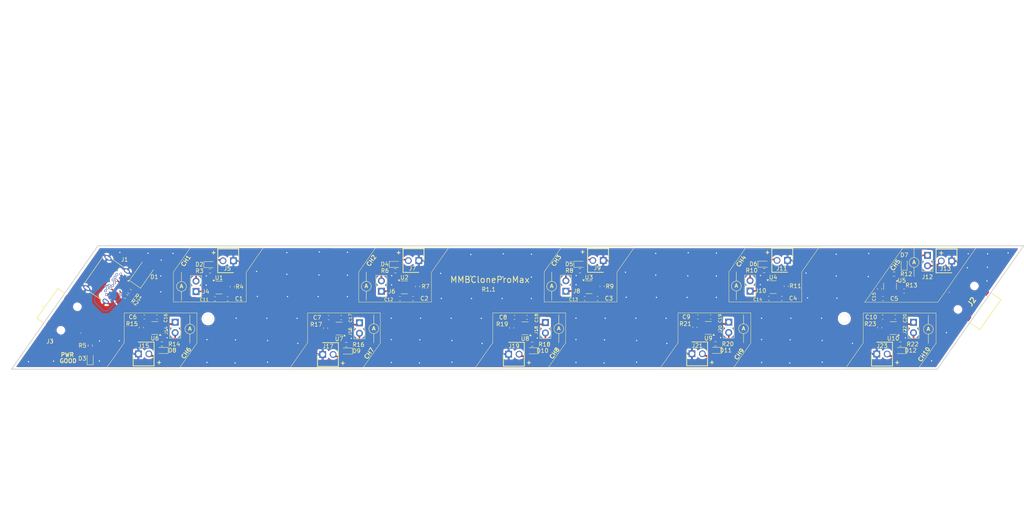
<source format=kicad_pcb>
(kicad_pcb (version 20240108) (generator "pcbnew") (generator_version "8.0")
  (layers (0 "F.Cu" signal) (31 "B.Cu" signal) (34 "B.Paste" user) (35 "F.Paste" user) (36 "B.SilkS" user "B.Silkscreen") (37 "F.SilkS" user "F.Silkscreen") (38 "B.Mask" user) (39 "F.Mask" user) (44 "Edge.Cuts" user))
  (net 0 "")
  (net 1 "VBUS")
  (net 2 "GND")
  (net 25 "Net-(D2-K)")
  (net 26 "Net-(J4-Pin_2)")
  (net 27 "Net-(J4-Pin_1)")
  (net 28 "Net-(U1-~{CHRG})")
  (net 29 "Net-(U1-PROG)")
  (net 30 "Net-(J1-CC2)")
  (net 31 "Net-(J1-CC1)")
  (net 32 "Net-(D3-A)")
  (net 33 "Net-(D4-K)")
  (net 34 "Net-(J6-Pin_2)")
  (net 35 "Net-(J8-Pin_2)")
  (net 36 "Net-(D5-K)")
  (net 37 "Net-(J10-Pin_2)")
  (net 38 "Net-(D6-K)")
  (net 39 "Net-(D7-K)")
  (net 40 "Net-(J12-Pin_2)")
  (net 41 "Net-(D8-K)")
  (net 42 "Net-(J14-Pin_2)")
  (net 43 "Net-(D9-K)")
  (net 44 "Net-(J16-Pin_2)")
  (net 45 "Net-(D10-K)")
  (net 46 "Net-(J18-Pin_2)")
  (net 47 "Net-(J20-Pin_2)")
  (net 48 "Net-(D11-K)")
  (net 49 "Net-(D12-K)")
  (net 50 "Net-(J22-Pin_2)")
  (net 51 "Net-(J6-Pin_1)")
  (net 52 "Net-(J8-Pin_1)")
  (net 53 "Net-(J10-Pin_1)")
  (net 54 "Net-(J12-Pin_1)")
  (net 55 "Net-(J14-Pin_1)")
  (net 56 "Net-(J16-Pin_1)")
  (net 57 "Net-(J18-Pin_1)")
  (net 58 "Net-(J20-Pin_1)")
  (net 59 "Net-(J22-Pin_1)")
  (net 60 "Net-(U2-~{CHRG})")
  (net 61 "Net-(U2-PROG)")
  (net 62 "Net-(U3-~{CHRG})")
  (net 63 "Net-(U3-PROG)")
  (net 64 "Net-(U4-~{CHRG})")
  (net 65 "Net-(U4-PROG)")
  (net 66 "Net-(U5-~{CHRG})")
  (net 67 "Net-(U5-PROG)")
  (net 68 "Net-(U6-~{CHRG})")
  (net 69 "Net-(U6-PROG)")
  (net 70 "Net-(U7-~{CHRG})")
  (net 71 "Net-(U7-PROG)")
  (net 72 "Net-(U8-~{CHRG})")
  (net 73 "Net-(U8-PROG)")
  (net 74 "Net-(U9-~{CHRG})")
  (net 75 "Net-(U9-PROG)")
  (net 76 "Net-(U10-~{CHRG})")
  (net 77 "Net-(U10-PROG)")
  (footprint "Footprints:AmpProbe" (layer "F.Cu") (at 65.725 105)
    (property "Reference" "G***" (hide yes))
    (property "Value" "LOGO" (hide yes))
  )
  (footprint "Capacitor_SMD:C_0603_1608Metric" (layer "F.Cu") (at 101.519999 112.445 180)
    (property "Reference" "C7")
    (property "Value" "0.1 uF")
  )
  (footprint "Capacitor_SMD:C_0603_1608Metric" (layer "F.Cu") (at 122.055 107.82)
    (property "Reference" "C2")
    (property "Value" "0.1 uF")
  )
  (footprint "LED_SMD:LED_0603_1608Metric" (layer "F.Cu") (at 72.675 99.55)
    (property "Reference" "D2")
    (property "Value" "LED_Green")
  )
  (footprint "Capacitor_SMD:C_0603_1608Metric" (layer "F.Cu") (at 166.93 107.795)
    (property "Reference" "C3")
    (property "Value" "0.1 uF")
  )
  (footprint "Connector_PinHeader_2.54mm:PinHeader_1x02_P2.54mm_Vertical" (layer "F.Cu") (at 154.244999 113.645)
    (property "Reference" "J18")
    (property "Value" "Current Sense")
  )
  (footprint "Capacitor_SMD:C_0603_1608Metric" (layer "F.Cu") (at 194.425 112.275)
    (property "Reference" "C19")
    (property "Value" "10uF")
  )
  (footprint "Footprints:AmpProbe" (layer "F.Cu") (at 155.775 104.95)
    (property "Reference" "G***" (hide yes))
    (property "Value" "LOGO" (hide yes))
  )
  (footprint "Package_TO_SOT_SMD:TSOT-23-5" (layer "F.Cu") (at 238.824999 115 180)
    (property "Reference" "U10")
    (property "Value" "LTC4054ES5-4.2")
  )
  (footprint "Package_TO_SOT_SMD:TSOT-23-5" (layer "F.Cu") (at 149.294999 115.045 180)
    (property "Reference" "U8")
    (property "Value" "LTC4054ES5-4.2")
  )
  (footprint "Footprints:SHDR2W64P0X254_1X2_508X580X1170P" (layer "F.Cu") (at 123.445 98.57)
    (property "Reference" "J7")
    (property "Value" "Bat1" (hide yes))
  )
  (footprint "Capacitor_SMD:C_0603_1608Metric" (layer "F.Cu") (at 208.575 107.75 180)
    (property "Reference" "C14")
    (property "Value" "10uF")
  )
  (footprint "Package_TO_SOT_SMD:TSOT-23-5" (layer "F.Cu") (at 238.0625 104.825 -90)
    (property "Reference" "U5")
    (property "Value" "LTC4054ES5-4.2")
  )
  (footprint "Capacitor_SMD:C_0603_1608Metric" (layer "F.Cu") (at 76.975 107.875)
    (property "Reference" "C1")
    (property "Value" "0.1 uF")
  )
  (footprint "LED_SMD:LED_0603_1608Metric" (layer "F.Cu") (at 162.63 99.47)
    (property "Reference" "D5")
    (property "Value" "LED_Green")
  )
  (footprint "Capacitor_SMD:C_0603_1608Metric" (layer "F.Cu") (at 236.274999 112.325 180)
    (property "Reference" "C10")
    (property "Value" "0.1 uF")
  )
  (footprint "Capacitor_SMD:C_0603_1608Metric" (layer "F.Cu") (at 118.875 107.825 180)
    (property "Reference" "C12")
    (property "Value" "10uF")
  )
  (footprint "Connector_PinHeader_2.54mm:PinHeader_1x02_P2.54mm_Vertical" (layer "F.Cu") (at 69.275 106.1 180)
    (property "Reference" "J4")
    (property "Value" "Current Sense")
  )
  (footprint "Capacitor_SMD:C_0603_1608Metric" (layer "F.Cu") (at 190.599999 114.85 -90)
    (property "Reference" "R21")
    (property "Value" "5k")
  )
  (footprint "Resistor_SMD:R_0603_1608Metric" (layer "F.Cu") (at 162.63 101.02 180)
    (property "Reference" "R8")
    (property "Value" "470")
  )
  (footprint "Capacitor_SMD:C_0603_1608Metric" (layer "F.Cu") (at 123.155 104.87 90)
    (property "Reference" "R7")
    (property "Value" "5k")
  )
  (footprint "LED_SMD:LED_0603_1608Metric" (layer "F.Cu") (at 240.6 120.475 180)
    (property "Reference" "D12")
    (property "Value" "LED_Green")
  )
  (footprint "Capacitor_SMD:C_0603_1608Metric" (layer "F.Cu") (at 104.575 112.45)
    (property "Reference" "C17")
    (property "Value" "10uF")
  )
  (footprint "Footprints:1337009" (layer "F.Cu") (at 258.053428 108.633087 55)
    (property "Reference" "J2")
    (property "Value" "1337009" (hide yes))
  )
  (footprint "Capacitor_SMD:C_0603_1608Metric" (layer "F.Cu") (at 73.875 107.875 180)
    (property "Reference" "C11")
    (property "Value" "10uF")
  )
  (footprint "Resistor_SMD:R_0603_1608Metric" (layer "F.Cu") (at 61 118.875)
    (property "Reference" "R14")
    (property "Value" "470")
  )
  (footprint "Capacitor_SMD:C_0603_1608Metric" (layer "F.Cu") (at 163.8 107.8 180)
    (property "Reference" "C13")
    (property "Value" "10uF")
  )
  (footprint "Package_TO_SOT_SMD:TSOT-23-5" (layer "F.Cu") (at 104.069999 115.12 180)
    (property "Reference" "U7")
    (property "Value" "LTC4054ES5-4.2")
  )
  (footprint "Footprints:SHDR2W64P0X254_1X2_508X580X1170P" (layer "F.Cu") (at 213.12 98.52)
    (property "Reference" "J11")
    (property "Value" "Bat1" (hide yes))
  )
  (footprint "Footprints:BatSimple" (layer "F.Cu") (at 140.725 100.075)
    (property "Reference" "G***" (hide yes))
    (property "Value" "LOGO" (hide yes))
  )
  (footprint "Footprints:AmpProbe" (layer "F.Cu") (at 157.5 115.275)
    (property "Reference" "G***" (hide yes))
    (property "Value" "LOGO" (hide yes))
  )
  (footprint "Capacitor_SMD:C_0603_1608Metric" (layer "F.Cu") (at 239.35 112.325)
    (property "Reference" "C20")
    (property "Value" "10uF")
  )
  (footprint "Connector_PinHeader_2.54mm:PinHeader_1x02_P2.54mm_Vertical" (layer "F.Cu") (at 247.175 97.3)
    (property "Reference" "J12")
    (property "Value" "Current Sense")
  )
  (footprint "LED_SMD:LED_0603_1608Metric" (layer "F.Cu") (at 195.65 120.425 180)
    (property "Reference" "D11")
    (property "Value" "LED_Green")
  )
  (footprint "Resistor_SMD:R_0603_1608Metric" (layer "F.Cu") (at 117.755 101.045 180)
    (property "Reference" "R6")
    (property "Value" "470")
  )
  (footprint "Footprints:SHDR2W64P0X254_1X2_508X580X1170P" (layer "F.Cu") (at 234.83 121.305 180)
    (property "Reference" "J23")
    (property "Value" "Bat1" (hide yes))
  )
  (footprint "Footprints:CUI_UJ32-C-H-G-SMT-TR" (layer "F.Cu") (at 45.975 102.075 -125)
    (property "Reference" "J1")
    (property "Value" "UJ32-C-H-G-SMT-TR")
    (fp_line (start 3.875 -2.925) (end 3.575 -2.925) (stroke (width 0.01)) (layer "Edge.Cuts"))
    (fp_line (start 3.575 -3.575) (end 3.875 -3.575) (stroke (width 0.01)) (layer "Edge.Cuts"))
    (fp_arc (start 4.2 -3.25) (mid 4.104809 -3.02019) (end 3.875 -2.925) (stroke (width 0.01)) (layer "Edge.Cuts"))
    (fp_arc (start 3.575 -2.925) (mid 3.345191 -3.020191) (end 3.25 -3.25) (stroke (width 0.01)) (layer "Edge.Cuts"))
    (fp_arc (start 3.875 -3.575) (mid 4.10481 -3.47981) (end 4.2 -3.25) (stroke (width 0.01)) (layer "Edge.Cuts"))
    (fp_arc (start 3.25 -3.25) (mid 3.34519 -3.47981) (end 3.575 -3.575) (stroke (width 0.01)) (layer "Edge.Cuts"))
  )
  (footprint "LED_SMD:LED_0603_1608Metric" (layer "F.Cu") (at 105.845 120.595 180)
    (property "Reference" "D9")
    (property "Value" "LED_Green")
  )
  (footprint "Package_TO_SOT_SMD:TSOT-23-5" (layer "F.Cu") (at 164.83 105.0575)
    (property "Reference" "U3")
    (property "Value" "LTC4054ES5-4.2")
  )
  (footprint "Capacitor_SMD:C_0603_1608Metric" (layer "F.Cu") (at 78.075 104.925 90)
    (property "Reference" "R4")
    (property "Value" "5k")
  )
  (footprint "Footprints:SHDR2W64P0X254_1X2_508X580X1170P" (layer "F.Cu") (at 55.255 121.28 180)
    (property "Reference" "J15")
    (property "Value" "Bat1" (hide yes))
  )
  (footprint "Connector_PinHeader_2.54mm:PinHeader_1x02_P2.54mm_Vertical" (layer "F.Cu") (at 204.03 105.995 180)
    (property "Reference" "J10")
    (property "Value" "Current Sense")
  )
  (footprint "Package_TO_SOT_SMD:TSOT-23-5" (layer "F.Cu") (at 119.955 105.0825)
    (property "Reference" "U2")
    (property "Value" "LTC4054ES5-4.2")
  )
  (footprint "Package_TO_SOT_SMD:TSOT-23-5" (layer "F.Cu") (at 193.874999 114.95 180)
    (property "Reference" "U9")
    (property "Value" "LTC4054ES5-4.2")
  )
  (footprint "Connector_PinHeader_2.54mm:PinHeader_1x02_P2.54mm_Vertical" (layer "F.Cu") (at 243.774999 113.6)
    (property "Reference" "J22")
    (property "Value" "Current Sense")
  )
  (footprint "Capacitor_SMD:C_0603_1608Metric" (layer "F.Cu") (at 212.83 104.82 90)
    (property "Reference" "R11")
    (property "Value" "5k")
  )
  (footprint "Footprints:AmpProbe" (layer "F.Cu") (at 67.77366 115.35)
    (property "Reference" "G***" (hide yes))
    (property "Value" "LOGO" (hide yes))
  )
  (footprint "Footprints:SHDR2W64P0X254_1X2_508X580X1170P" (layer "F.Cu") (at 145.3 121.35 180)
    (property "Reference" "J19")
    (property "Value" "Bat1" (hide yes))
  )
  (footprint "Resistor_SMD:R_0603_1608Metric" (layer "F.Cu") (at 72.675 101.1 180)
    (property "Reference" "R3")
    (property "Value" "470")
  )
  (footprint "Footprints:1377295" (layer "F.Cu") (at 37.257345 111.862295 -125)
    (property "Reference" "J3")
    (property "Value" "1377295" (hide yes))
  )
  (footprint "Capacitor_SMD:C_0603_1608Metric" (layer "F.Cu") (at 100.794999 115.02 -90)
    (property "Reference" "R17")
    (property "Value" "5k")
  )
  (footprint "Capacitor_SMD:C_0603_1608Metric" (layer "F.Cu") (at 59.75 112.3)
    (property "Reference" "C16")
    (property "Value" "10uF")
  )
  (footprint "Resistor_SMD:R_0603_1608Metric" (layer "F.Cu") (at 53.125 106.075 145)
    (property "Reference" "R1")
    (property "Value" "5.1k")
  )
  (footprint "Connector_PinHeader_2.54mm:PinHeader_1x02_P2.54mm_Vertical" (layer "F.Cu") (at 109.019999 113.72)
    (property "Reference" "J16")
    (property "Value" "Current Sense")
  )
  (footprint "Connector_PinHeader_2.54mm:PinHeader_1x02_P2.54mm_Vertical" (layer "F.Cu") (at 114.355 106.045 180)
    (property "Reference" "J6")
    (property "Value" "Current Sense")
  )
  (footprint "Footprints:SHDR2W64P0X254_1X2_508X580X1170P" (layer "F.Cu") (at 100.075 121.425 180)
    (property "Reference" "J17")
    (property "Value" "Bat1" (hide yes))
  )
  (footprint "LED_SMD:LED_0603_1608Metric" (layer "F.Cu") (at 43.525 122.425 90)
    (property "Reference" "D3")
    (property "Value" "LED_Blue")
  )
  (footprint "Resistor_SMD:R_0603_1608Metric" (layer "F.Cu") (at 151.045 118.945)
    (property "Reference" "R18")
    (property "Value" "470")
  )
  (footprint "LED_SMD:LED_0603_1608Metric" (layer "F.Cu") (at 207.43 99.445)
    (property "Reference" "D6")
    (property "Value" "LED_Green")
  )
  (footprint "Capacitor_SMD:C_0603_1608Metric" (layer "F.Cu") (at 191.324999 112.275 180)
    (property "Reference" "C9")
    (property "Value" "0.1 uF")
  )
  (footprint "Capacitor_SMD:C_0603_1608Metric" (layer "F.Cu") (at 55.975 114.875 -90)
    (property "Reference" "R15")
    (property "Value" "5k")
  )
  (footprint "Resistor_SMD:R_0603_1608Metric" (layer "F.Cu") (at 239.05 101.85)
    (property "Reference" "R12")
    (property "Value" "470")
  )
  (footprint "LED_SMD:LED_0603_1608Metric" (layer "F.Cu") (at 117.755 99.495)
    (property "Reference" "D4")
    (property "Value" "LED_Green")
  )
  (footprint "Capacitor_SMD:C_0603_1608Metric" (layer "F.Cu") (at 235.549999 114.9 -90)
    (property "Reference" "R23")
    (property "Value" "5k")
  )
  (footprint "Capacitor_SMD:C_0603_1608Metric" (layer "F.Cu") (at 211.73 107.77)
    (property "Reference" "C4")
    (property "Value" "0.1 uF")
  )
  (footprint "Package_TO_SOT_SMD:TSOT-23-5" (layer "F.Cu") (at 74.875 105.1375)
    (property "Reference" "U1")
    (property "Value" "LTC4054ES5-4.2")
  )
  (footprint "LED_SMD:LED_0603_1608Metric" (layer "F.Cu") (at 241.5 99.425 90)
    (property "Reference" "D7")
    (property "Value" "LED_Green")
  )
  (footprint "Footprints:SHDR2W64P0X254_1X2_508X580X1170P" (layer "F.Cu") (at 189.88 121.255 180)
    (property "Reference" "J21")
    (property "Value" "Bat1" (hide yes))
  )
  (footprint "Footprints:AmpProbe" (layer "F.Cu") (at 110.675 104.95)
    (property "Reference" "G***" (hide yes))
    (property "Value" "LOGO" (hide yes))
  )
  (footprint "Capacitor_SMD:C_0603_1608Metric" (layer "F.Cu") (at 56.7 112.3 180)
    (property "Reference" "C6")
    (property "Value" "0.1 uF")
  )
  (footprint "Footprints:SHDR2W64P0X254_1X2_508X580X1170P" (layer "F.Cu") (at 168.32 98.545)
    (property "Reference" "J9")
    (property "Value" "Bat1" (hide yes))
  )
  (footprint "Resistor_SMD:R_0603_1608Metric" (layer "F.Cu") (at 240.575 118.9)
    (property "Reference" "R22")
    (property "Value" "470")
  )
  (footprint "Resistor_SMD:R_0603_1608Metric" (layer "F.Cu") (at 43.55 119.275 90)
    (property "Reference" "R5")
    (property "Value" "100k")
  )
  (footprint "Package_TO_SOT_SMD:TSOT-23-5" (layer "F.Cu") (at 59.25 114.975 180)
    (property "Reference" "U6")
    (property "Value" "LTC4054ES5-4.2")
  )
  (footprint "Resistor_SMD:R_0603_1608Metric" (layer "F.Cu") (at 105.82 119.02)
    (property "Reference" "R16")
    (property "Value" "470")
  )
  (footprint "Resistor_SMD:R_0603_1608Metric" (layer "F.Cu") (at 195.625 118.85)
    (property "Reference" "R20")
    (property "Value" "470")
  )
  (footprint "Resistor_SMD:R_0603_1608Metric" (layer "F.Cu") (at 52.25 107.325 145)
    (property "Reference" "R2")
    (property "Value" "5.1k")
  )
  (footprint "Package_TO_SOT_SMD:TSOT-23-5" (layer "F.Cu") (at 209.63 105.0325)
    (property "Reference" "U4")
    (property "Value" "LTC4054ES5-4.2")
  )
  (footprint "Capacitor_SMD:C_0603_1608Metric" (layer "F.Cu") (at 146.019999 114.945 -90)
    (property "Reference" "R19")
    (property "Value" "5k")
  )
  (footprint "LED_SMD:LED_0603_1608Metric" (layer "F.Cu") (at 151.07 120.52 180)
    (property "Reference" "D10")
    (property "Value" "LED_Green")
  )
  (footprint "Connector_PinHeader_2.54mm:PinHeader_1x02_P2.54mm_Vertical" (layer "F.Cu") (at 198.824999 113.55)
    (property "Reference" "J20")
    (property "Value" "Current Sense")
  )
  (footprint "Capacitor_SMD:C_0603_1608Metric" (layer "F.Cu") (at 236.325 107.8 180)
    (property "Reference" "C5")
    (property "Value" "0.1 uF")
  )
  (footprint "Footprints:AmpProbe" (layer "F.Cu") (at 243.9 99.15)
    (property "Reference" "G***" (hide yes))
    (property "Value" "LOGO" (hide yes))
  )
  (footprint "Footprints:SHDR2W64P0X254_1X2_508X580X1170P" (layer "F.Cu") (at 78.365 98.625)
    (property "Reference" "J5")
    (property "Value" "Bat1" (hide yes))
  )
  (footprint "Capacitor_SMD:C_0603_1608Metric" (layer "F.Cu") (at 168.03 104.845 90)
    (property "Reference" "R9")
    (property "Value" "5k")
  )
  (footprint "Footprints:AmpProbe" (layer "F.Cu") (at 247.375 115.4)
    (property "Reference" "G***" (hide yes))
    (property "Value" "LOGO" (hide yes))
  )
  (footprint "Capacitor_SMD:C_0603_1608Metric" (layer "F.Cu") (at 235.55 105.475 -90)
    (property "Reference" "C15")
    (property "Value" "10uF")
  )
  (footprint "Connector_PinHeader_2.54mm:PinHeader_1x02_P2.54mm_Vertical" (layer "F.Cu") (at 64.2 113.575)
    (property "Reference" "J14")
    (property "Value" "Current Sense")
  )
  (footprint "Footprints:AmpProbe" (layer "F.Cu") (at 200.675 104.875)
    (property "Reference" "G***" (hide yes))
    (property "Value" "LOGO" (hide yes))
  )
  (footprint "Capacitor_SMD:C_0603_1608Metric" (layer "F.Cu") (at 149.8 112.375)
    (property "Reference" "C18")
    (property "Value" "10uF")
  )
  (footprint "LED_SMD:LED_0603_1608Metric" (layer "F.Cu") (at 61.025 120.45 180)
    (property "Reference" "D8")
    (property "Value" "LED_Green")
  )
  (footprint "Connector_PinHeader_2.54mm:PinHeader_1x02_P2.54mm_Vertical" (layer "F.Cu") (at 159.23 106.02 180)
    (property "Reference" "J8")
    (property "Value" "Current Sense")
  )
  (footprint "Diode_SMD:D_SMA" (layer "F.Cu") (at 56.425 101.475 55)
    (property "Reference" "D1")
    (property "Value" "SMAJ5.0A")
  )
  (footprint "Capacitor_SMD:C_0603_1608Metric" (layer "F.Cu") (at 146.744999 112.37 180)
    (property "Reference" "C8")
    (property "Value" "0.1 uF")
  )
  (footprint "Footprints:SHDR2W64P0X254_1X2_508X580X1170P" (layer "F.Cu") (at 253.065 98.67)
    (property "Reference" "J13")
    (property "Value" "Bat1" (hide yes))
  )
  (footprint "Resistor_SMD:R_0603_1608Metric" (layer "F.Cu") (at 207.43 100.995 180)
    (property "Reference" "R10")
    (property "Value" "470")
  )
  (footprint "Capacitor_SMD:C_0603_1608Metric" (layer "F.Cu") (at 241.475 105.975 180)
    (property "Reference" "R13")
    (property "Value" "5k")
  )
  (footprint "Footprints:AmpProbe" (layer "F.Cu") (at 112.5 115.275)
    (property "Reference" "G***" (hide yes))
    (property "Value" "LOGO" (hide yes))
  )
  (footprint "Footprints:AmpProbe" (layer "F.Cu") (at 202.425 115.275)
    (property "Reference" "G***" (hide yes))
    (property "Value" "LOGO" (hide yes))
  )
  (gr_poly (pts (xy 124.875 108.8) (xy 124.675 109.025) (xy 125.125 109.025) (xy 124.925 108.8)) (stroke (width 0.2)) (fill solid) (layer "F.Cu") (net 1))
  (gr_line (start 48.8 105.575) (end 50.275 106.6) (stroke (width 0.35)) (layer "F.Cu") (net 1))
  (gr_poly (pts (xy 54.575 109.1) (xy 55.325 108.825) (xy 55.775 108.35) (xy 56.05 107.725) (xy 56.075 106.775) (xy 59 109.15)) (stroke (width 0.2)) (fill solid) (layer "F.Cu") (net 1))
  (gr_poly (pts (xy 255.525 105.175) (xy 253.875 107.525) (xy 256.15 110.375) (xy 257.675 111.4) (xy 260.525 107.35) (xy 258.875 106.2) (xy 255.6 105.05)) (stroke (width 0.2)) (fill solid) (layer "F.Cu") (net 2))
  (gr_poly (pts (xy 236.95 108.775) (xy 236.7 109.025) (xy 237.4 109.025) (xy 237.15 108.775)) (stroke (width 0.2)) (fill solid) (layer "F.Cu") (net 1))
  (gr_poly (pts (xy 98.575 111.1) (xy 98.775 110.875) (xy 98.325 110.875) (xy 98.525 111.1)) (stroke (width 0.2)) (fill solid) (layer "F.Cu") (net 1))
  (gr_poly (pts (xy 143.9 111.1) (xy 144.1 110.875) (xy 143.65 110.875) (xy 143.85 111.1)) (stroke (width 0.2)) (fill solid) (layer "F.Cu") (net 1))
  (gr_poly (pts (xy 57.575 111.1) (xy 57.825 110.85) (xy 57.125 110.85) (xy 57.375 111.1)) (stroke (width 0.2)) (fill solid) (layer "F.Cu") (net 1))
  (gr_poly (pts (xy 79.775 108.8) (xy 79.575 109.025) (xy 80.025 109.025) (xy 79.825 108.8)) (stroke (width 0.2)) (fill solid) (layer "F.Cu") (net 1))
  (gr_poly (pts (xy 188.45 111.1) (xy 188.65 110.875) (xy 188.2 110.875) (xy 188.4 111.1)) (stroke (width 0.2)) (fill solid) (layer "F.Cu") (net 1))
  (gr_poly (pts (xy 39.438976 115.04608) (xy 41.088976 112.69608) (xy 38.813976 109.84608) (xy 37.038976 108.72108) (xy 34.188976 112.77108) (xy 36.088976 114.02108) (xy 39.363976 115.17108)) (stroke (width 0.2)) (fill solid) (layer "F.Cu") (net 2))
  (gr_poly (pts (xy 51.275 104.15) (xy 52.25 104.125) (xy 52.975 103.9) (xy 54.175 103.35) (xy 54.75 104.8) (xy 55.675 106.5) (xy 53.875 105.25) (xy 52.3 104.7) (xy 51.575 104.575) (xy 51.1 104.25)) (stroke (width 0.2)) (fill solid) (layer "F.Cu") (net 1))
  (gr_poly (pts (xy 43.6 116.725) (xy 43.925 116.45) (xy 43.225 116.45) (xy 43.5 116.725)) (stroke (width 0.2)) (fill solid) (layer "F.Cu") (net 1))
  (gr_poly (pts (xy 41.725 113.1) (xy 39.95 115.65) (xy 41.05 116.4) (xy 43.85 116.4) (xy 43.9 114.55) (xy 41.775 113.125)) (stroke (width 0.2)) (fill solid) (layer "F.Cu") (net 1))
  (gr_poly (pts (xy 52.775 109.2) (xy 50.575 107.525) (xy 50.35 106.575) (xy 49.95 106.3) (xy 49.25 107.4) (xy 50.825 110.2) (xy 50.875 111.525)) (stroke (width 0.2)) (fill solid) (layer "F.Cu") (net 1))
  (gr_poly (pts (xy 255.025 104.6) (xy 254.525 104.25) (xy 253.25 103.325) (xy 251.45 103.325) (xy 250.575 105.15) (xy 252.5 106.65) (xy 253.25 107.175)) (stroke (width 0.2)) (fill solid) (layer "F.Cu") (net 1))
  (gr_line (start 50.2375 103.5375) (end 51.375 104.35) (stroke (width 0.35)) (layer "F.Cu") (net 1))
  (gr_poly (pts (xy 147.6 111.125) (xy 147.85 110.875) (xy 147.15 110.875) (xy 147.4 111.125)) (stroke (width 0.2)) (fill solid) (layer "F.Cu") (net 1))
  (gr_poly (pts (xy 121.275 108.8) (xy 121.025 109.05) (xy 121.725 109.05) (xy 121.475 108.8)) (stroke (width 0.2)) (fill solid) (layer "F.Cu") (net 1))
  (gr_poly (pts (xy 210.95 108.8) (xy 210.7 109.05) (xy 211.4 109.05) (xy 211.15 108.8)) (stroke (width 0.2)) (fill solid) (layer "F.Cu") (net 1))
  (gr_poly (pts (xy 248 103.15) (xy 247.8 103.375) (xy 248.25 103.375) (xy 248.05 103.15)) (stroke (width 0.2)) (fill solid) (layer "F.Cu") (net 1))
  (gr_line (start 50.55 104.35) (end 52.4 105.625) (stroke (width 0.2)) (layer "F.Cu") (net 31))
  (gr_poly (pts (xy 76.1 108.775) (xy 75.85 109.025) (xy 76.55 109.025) (xy 76.3 108.775)) (stroke (width 0.2)) (fill solid) (layer "F.Cu") (net 1))
  (gr_poly (pts (xy 214.65 108.775) (xy 214.45 109) (xy 214.9 109) (xy 214.7 108.775)) (stroke (width 0.2)) (fill solid) (layer "F.Cu") (net 1))
  (gr_poly (pts (xy 237.2 111.125) (xy 237.45 110.875) (xy 236.75 110.875) (xy 237 111.125)) (stroke (width 0.2)) (fill solid) (layer "F.Cu") (net 1))
  (gr_poly (pts (xy 169.8 108.775) (xy 169.6 109) (xy 170.05 109) (xy 169.85 108.775)) (stroke (width 0.2)) (fill solid) (layer "F.Cu") (net 1))
  (gr_poly (pts (xy 233.4 111.1) (xy 233.6 110.875) (xy 233.15 110.875) (xy 233.35 111.1)) (stroke (width 0.2)) (fill solid) (layer "F.Cu") (net 1))
  (gr_poly (pts (xy 166.125 108.8) (xy 165.875 109.05) (xy 166.575 109.05) (xy 166.325 108.8)) (stroke (width 0.2)) (fill solid) (layer "F.Cu") (net 1))
  (gr_poly (pts (xy 102.4 111.1) (xy 102.65 110.85) (xy 101.95 110.85) (xy 102.2 111.1)) (stroke (width 0.2)) (fill solid) (layer "F.Cu") (net 1))
  (gr_poly (pts (xy 192.225 111.125) (xy 192.475 110.875) (xy 191.775 110.875) (xy 192.025 111.125)) (stroke (width 0.2)) (fill solid) (layer "F.Cu") (net 1))
  (gr_poly (pts (xy 54.725 111.125) (xy 54.925 110.9) (xy 54.475 110.9) (xy 54.675 111.125)) (stroke (width 0.2)) (fill solid) (layer "F.Cu") (net 1))
  (gr_line (start 231.553053 111.347996) (end 249.25 111.347996) (stroke (width 0.1)) (layer "F.SilkS"))
  (gr_line (start 171.65 108.626235) (end 171.65 101.375) (stroke (width 0.1)) (layer "F.SilkS"))
  (gr_line (start 63.782652 108.65) (end 63.782652 101.322996) (stroke (width 0.1)) (layer "F.SilkS"))
  (gr_line (start 81.479599 108.65) (end 81.479599 101.398765) (stroke (width 0.1)) (layer "F.SilkS"))
  (gr_line (start 51.8 111.324383) (end 69.496947 111.324383) (stroke (width 0.1)) (layer "F.SilkS"))
  (gr_line (start 63.782652 101.322996) (end 68 95.3) (stroke (width 0.1)) (layer "F.SilkS"))
  (gr_line (start 96.403053 118.574231) (end 92.132652 124.672996) (stroke (width 0.1)) (layer "F.SilkS"))
  (gr_line (start 68 95.3) (end 85.75 95.3) (stroke (width 0.1)) (layer "F.SilkS"))
  (gr_line (start 186.503053 111.297996) (end 186.503053 118.549231) (stroke (width 0.1)) (layer "F.SilkS"))
  (gr_line (start 158.170401 95.276235) (end 175.920401 95.276235) (stroke (width 0.1)) (layer "F.SilkS"))
  (gr_line (start 216.575 108.626235) (end 198.878053 108.626235) (stroke (width 0.1)) (layer "F.SilkS"))
  (gr_line (start 69.496947 111.324383) (end 69.496947 118.651387) (stroke (width 0.1)) (layer "F.SilkS"))
  (gr_line (start 108.828053 108.676235) (end 108.828053 101.349231) (stroke (width 0.1)) (layer "F.SilkS"))
  (gr_line (start 153.953053 108.626235) (end 153.953053 101.299231) (stroke (width 0.1)) (layer "F.SilkS"))
  (gr_line (start 69.496947 118.651387) (end 65.279599 124.674383) (stroke (width 0.1)) (layer "F.SilkS"))
  (gr_line (start 108.828053 101.349231) (end 113.045401 95.326235) (stroke (width 0.1)) (layer "F.SilkS"))
  (gr_line (start 249.621243 108.697822) (end 231.924296 108.697822) (stroke (width 0.1)) (layer "F.SilkS"))
  (gr_line (start 114.1 111.322996) (end 114.1 118.65) (stroke (width 0.1)) (layer "F.SilkS"))
  (gr_line (start 216.575 108.626235) (end 216.575 101.375) (stroke (width 0.1)) (layer "F.SilkS"))
  (gr_line (start 96.403053 111.322996) (end 114.1 111.322996) (stroke (width 0.1)) (layer "F.SilkS"))
  (gr_line (start 241.284496 95.348439) (end 259.034496 95.348439) (stroke (width 0.1)) (layer "F.SilkS"))
  (gr_line (start 81.479599 101.398765) (end 85.75 95.3) (stroke (width 0.1)) (layer "F.SilkS"))
  (gr_line (start 171.65 101.375) (end 175.920401 95.276235) (stroke (width 0.1)) (layer "F.SilkS"))
  (gr_line (start 126.525 108.676235) (end 126.525 101.425) (stroke (width 0.1)) (layer "F.SilkS"))
  (gr_line (start 81.479599 108.65) (end 63.782652 108.65) (stroke (width 0.1)) (layer "F.SilkS"))
  (gr_line (start 204.2 111.297996) (end 204.2 118.625) (stroke (width 0.1)) (layer "F.SilkS"))
  (gr_line (start 96.403053 111.322996) (end 96.403053 118.574231) (stroke (width 0.1)) (layer "F.SilkS"))
  (gr_line (start 51.8 111.324383) (end 51.8 118.575618) (stroke (width 0.1)) (layer "F.SilkS"))
  (gr_line (start 171.65 108.626235) (end 153.953053 108.626235) (stroke (width 0.1)) (layer "F.SilkS"))
  (gr_line (start 186.503053 111.297996) (end 204.2 111.297996) (stroke (width 0.1)) (layer "F.SilkS"))
  (gr_line (start 109.882652 124.672996) (end 92.132652 124.672996) (stroke (width 0.1)) (layer "F.SilkS"))
  (gr_line (start 249.7 108.7) (end 259.049296 95.347822) (stroke (width 0.1)) (layer "F.SilkS"))
  (gr_line (start 159.15 118.625) (end 154.932652 124.647996) (stroke (width 0.1)) (layer "F.SilkS"))
  (gr_line (start 154.932652 124.647996) (end 137.182652 124.647996) (stroke (width 0.1)) (layer "F.SilkS"))
  (gr_line (start 113.045401 95.326235) (end 130.795401 95.326235) (stroke (width 0.1)) (layer "F.SilkS"))
  (gr_line (start 231.925 108.7) (end 241.274296 95.347822) (stroke (width 0.1)) (layer "F.SilkS"))
  (gr_line (start 159.15 111.297996) (end 159.15 118.625) (stroke (width 0.1)) (layer "F.SilkS"))
  (gr_line (start 249.25 118.675) (end 245.032652 124.697996) (stroke (width 0.1)) (layer "F.SilkS"))
  (gr_line (start 216.575 101.375) (end 220.845401 95.276235) (stroke (width 0.1)) (layer "F.SilkS"))
  (gr_line (start 141.453053 111.297996) (end 159.15 111.297996) (stroke (width 0.1)) (layer "F.SilkS"))
  (gr_line (start 249.25 111.347996) (end 249.25 118.675) (stroke (width 0.1)) (layer "F.SilkS"))
  (gr_line (start 141.453053 118.549231) (end 137.182652 124.647996) (stroke (width 0.1)) (layer "F.SilkS"))
  (gr_line (start 198.878053 101.299231) (end 203.095401 95.276235) (stroke (width 0.1)) (layer "F.SilkS"))
  (gr_line (start 231.553053 118.599231) (end 227.282652 124.697996) (stroke (width 0.1)) (layer "F.SilkS"))
  (gr_line (start 126.525 101.425) (end 130.795401 95.326235) (stroke (width 0.1)) (layer "F.SilkS"))
  (gr_line (start 231.553053 111.347996) (end 231.553053 118.599231) (stroke (width 0.1)) (layer "F.SilkS"))
  (gr_line (start 114.1 118.65) (end 109.882652 124.672996) (stroke (width 0.1)) (layer "F.SilkS"))
  (gr_line (start 198.878053 108.626235) (end 198.878053 101.299231) (stroke (width 0.1)) (layer "F.SilkS"))
  (gr_line (start 245.032652 124.697996) (end 227.282652 124.697996) (stroke (width 0.1)) (layer "F.SilkS"))
  (gr_line (start 204.2 118.625) (end 199.982652 124.647996) (stroke (width 0.1)) (layer "F.SilkS"))
  (gr_line (start 186.503053 118.549231) (end 182.232652 124.647996) (stroke (width 0.1)) (layer "F.SilkS"))
  (gr_line (start 51.8 118.575618) (end 47.529599 124.674383) (stroke (width 0.1)) (layer "F.SilkS"))
  (gr_line (start 153.953053 101.299231) (end 158.170401 95.276235) (stroke (width 0.1)) (layer "F.SilkS"))
  (gr_line (start 203.095401 95.276235) (end 220.845401 95.276235) (stroke (width 0.1)) (layer "F.SilkS"))
  (gr_line (start 199.982652 124.647996) (end 182.232652 124.647996) (stroke (width 0.1)) (layer "F.SilkS"))
  (gr_line (start 141.453053 111.297996) (end 141.453053 118.549231) (stroke (width 0.1)) (layer "F.SilkS"))
  (gr_line (start 65.279599 124.674383) (end 47.529599 124.674383) (stroke (width 0.1)) (layer "F.SilkS"))
  (gr_line (start 126.525 108.676235) (end 108.828053 108.676235) (stroke (width 0.1)) (layer "F.SilkS"))
  (gr_circle (center 72.2 112.75) (end 73.3 112.75) (stroke (width 0.05)) (fill none) (layer "Edge.Cuts"))
  (gr_line (start 249.55 125) (end 270.551659 94.977076) (stroke (width 0.2)) (layer "Edge.Cuts"))
  (gr_circle (center 226.95 112.675) (end 228.05 112.675) (stroke (width 0.05)) (fill none) (layer "Edge.Cuts"))
  (gr_line (start 24.4 125) (end 249.55 125) (stroke (width 0.2)) (layer "Edge.Cuts"))
  (gr_line (start 45.401659 94.977076) (end 270.551659 94.977076) (stroke (width 0.2)) (layer "Edge.Cuts"))
  (gr_line (start 24.4 125) (end 45.401659 94.977076) (stroke (width 0.2)) (layer "Edge.Cuts"))
  (gr_text "+" (at 72.8 97.15 0) (layer "F.SilkS") (effects (font (size 1 1) (thickness 0.2) (bold yes)) (justify left bottom)))
  (gr_text "+" (at 207.5 97.1 0) (layer "F.SilkS") (effects (font (size 1 1) (thickness 0.2) (bold yes)) (justify left bottom)))
  (gr_text "PWR \n" (at 38.35 122.075 0) (layer "F.SilkS") (effects (font (size 1 1) (thickness 0.2) (bold yes)) (justify bottom)))
  (gr_text "CH4" (at 201.4 100.4 55) (layer "F.SilkS") (effects (font (size 1 1) (thickness 0.2) (bold yes)) (justify left bottom)))
  (gr_text "MMBCloneProMax" (at 130.96955 104.097168 0) (layer "F.SilkS") (effects (font (size 1.5 1.5) (thickness 0.2)) (justify left bottom)))
  (gr_text "+" (at 249.775 97.225 0) (layer "F.SilkS") (effects (font (size 1 1) (thickness 0.2) (bold yes)) (justify left bottom)))
  (gr_text "R1.1\n" (at 138.64455 106.172168 0) (layer "F.SilkS") (effects (font (size 1 1)) (justify left bottom)))
  (gr_text "+" (at 194 123.875 0) (layer "F.SilkS") (effects (font (size 1 1) (thickness 0.2) (bold yes)) (justify left bottom)))
  (gr_text "CH2\n" (at 111.475 100.25 55) (layer "F.SilkS") (effects (font (size 1 1) (thickness 0.2) (bold yes)) (justify left bottom)))
  (gr_text "+" (at 59.55 123.9 0) (layer "F.SilkS") (effects (font (size 1 1) (thickness 0.2) (bold yes)) (justify left bottom)))
  (gr_text "CH5" (at 238.9 101.325 55) (layer "F.SilkS") (effects (font (size 1 1) (thickness 0.2) (bold yes)) (justify left bottom)))
  (gr_text "+" (at 149.5 123.95 0) (layer "F.SilkS") (effects (font (size 1 1) (thickness 0.2) (bold yes)) (justify left bottom)))
  (gr_text "CH10" (at 245.625 123.475 55) (layer "F.SilkS") (effects (font (size 1 1) (thickness 0.2) (bold yes)) (justify left bottom)))
  (gr_text "CH6" (at 66.425 122.75 55) (layer "F.SilkS") (effects (font (size 1 1) (thickness 0.2) (bold yes)) (justify left bottom)))
  (gr_text "GOOD" (at 38.15 123.575 0) (layer "F.SilkS") (effects (font (size 1 1) (thickness 0.2) (bold yes)) (justify bottom)))
  (gr_text "+" (at 104.225 124.05 0) (layer "F.SilkS") (effects (font (size 1 1) (thickness 0.2) (bold yes)) (justify left bottom)))
  (gr_text "+" (at 117.8 97.15 0) (layer "F.SilkS") (effects (font (size 1 1) (thickness 0.2) (bold yes)) (justify left bottom)))
  (gr_text "CH7" (at 110.925 122.85 55) (layer "F.SilkS") (effects (font (size 1 1) (thickness 0.2) (bold yes)) (justify left bottom)))
  (gr_text "CH1\n\n" (at 67.675 101.225 55) (layer "F.SilkS") (effects (font (size 1 1) (thickness 0.2) (bold yes)) (justify left bottom)))
  (gr_text "+" (at 239.05 123.9 0) (layer "F.SilkS") (effects (font (size 1 1) (thickness 0.2) (bold yes)) (justify left bottom)))
  (gr_text "+" (at 162.55 96.975 0) (layer "F.SilkS") (effects (font (size 1 1) (thickness 0.2) (bold yes)) (justify left bottom)))
  (gr_text "CH8" (at 156 122.775 55) (layer "F.SilkS") (effects (font (size 1 1) (thickness 0.2) (bold yes)) (justify left bottom)))
  (gr_text "CH9" (at 200.925 123.025 55) (layer "F.SilkS") (effects (font (size 1 1) (thickness 0.2) (bold yes)) (justify left bottom)))
  (gr_text "CH3\n" (at 156.45 100.25 55) (layer "F.SilkS") (effects (font (size 1 1) (thickness 0.2) (bold yes)) (justify left bottom)))
  (segment (start 211.025 107.65) (end 211.025 109.925) (width 0.4) (layer "F.Cu") (net 1))
  (segment (start 165.125 102.65) (end 169.3 102.65) (width 0.2) (layer "F.Cu") (net 1))
  (segment (start 148.575 117.35) (end 144.4 117.35) (width 0.2) (layer "F.Cu") (net 1))
  (segment (start 191.95 109.95) (end 211 109.95) (width 2) (layer "F.Cu") (net 1))
  (segment (start 237.05 107.85) (end 237.1 107.8) (width 0.4) (layer "F.Cu") (net 1))
  (segment (start 150.2125 120.525) (end 149.5 120.525) (width 0.2) (layer "F.Cu") (net 1))
  (segment (start 121.28 106.645) (end 121.28 107.82) (width 0.4) (layer "F.Cu") (net 1))
  (segment (start 149.025 117.8) (end 148.575 117.35) (width 0.2) (layer "F.Cu") (net 1))
  (segment (start 169.825 103.175) (end 169.825 109.875) (width 0.2) (layer "F.Cu") (net 1))
  (segment (start 102.155 109.97) (end 102.175 109.95) (width 0.4) (layer "F.Cu") (net 1))
  (segment (start 237.05 109.95) (end 242.3 109.95) (width 2) (layer "F.Cu") (net 1))
  (segment (start 74.175 99.55) (end 74.65 100.025) (width 0.2) (layer "F.Cu") (net 1))
  (segment (start 76.0125 106.0875) (end 76.0125 106.5125) (width 0.4) (layer "F.Cu") (net 1))
  (segment (start 58.1125 114.025) (end 57.475 113.3875) (width 0.4) (layer "F.Cu") (net 1))
  (segment (start 74.65 100.025) (end 74.65 102.275) (width 0.2) (layer "F.Cu") (net 1))
  (segment (start 144.4 117.35) (end 143.875 116.825) (width 0.2) (layer "F.Cu") (net 1))
  (segment (start 76.2 109.95) (end 79.8 109.95) (width 2) (layer "F.Cu") (net 1))
  (segment (start 248.025 104.225) (end 244.75 107.5) (width 2) (layer "F.Cu") (net 1))
  (segment (start 121.0925 106.4575) (end 121.28 106.645) (width 0.4) (layer "F.Cu") (net 1))
  (segment (start 188.95 117.25) (end 188.425 116.725) (width 0.2) (layer "F.Cu") (net 1))
  (segment (start 237.6875 114.05) (end 237.05 113.4125) (width 0.4) (layer "F.Cu") (net 1))
  (segment (start 233.375 116.8) (end 233.375 110.1) (width 0.2) (layer "F.Cu") (net 1))
  (segment (start 121.0925 106.0325) (end 121.0925 106.4575) (width 0.4) (layer "F.Cu") (net 1))
  (segment (start 166.2375 109.9125) (end 166.2 109.95) (width 0.4) (layer "F.Cu") (net 1))
  (segment (start 73.4625 99.55) (end 74.175 99.55) (width 0.2) (layer "F.Cu") (net 1))
  (segment (start 119.275 99.475) (end 119.75 99.95) (width 0.2) (layer "F.Cu") (net 1))
  (segment (start 76.0125 106.5125) (end 76.2 106.7) (width 0.4) (layer "F.Cu") (net 1))
  (segment (start 99.075 117.425) (end 98.55 116.9) (width 0.2) (layer "F.Cu") (net 1))
  (segment (start 214.65 103.125) (end 214.65 109.825) (width 0.2) (layer "F.Cu") (net 1))
  (segment (start 79.8 103.25) (end 79.8 109.95) (width 0.2) (layer "F.Cu") (net 1))
  (segment (start 165.9675 106.0075) (end 165.9675 106.4325) (width 0.4) (layer "F.Cu") (net 1))
  (segment (start 194.7625 120.425) (end 194.05 120.425) (width 0.2) (layer "F.Cu") (net 1))
  (segment (start 239 120.5) (end 238.525 120.025) (width 0.2) (layer "F.Cu") (net 1))
  (segment (start 194.8625 120.425) (end 194.9 120.425) (width 0.4) (layer "F.Cu") (net 1))
  (segment (start 76.2 106.7) (end 76.2 107.875) (width 0.4) (layer "F.Cu") (net 1))
  (segment (start 192.125 110.125) (end 191.95 109.95) (width 0.4) (layer "F.Cu") (net 1))
  (segment (start 237.05 113.4125) (end 237.05 112.325) (width 0.4) (layer "F.Cu") (net 1))
  (segment (start 149.5 120.525) (end 149.025 120.05) (width 0.2) (layer "F.Cu") (net 1))
  (segment (start 98.55 116.9) (end 98.55 110.2) (width 0.2) (layer "F.Cu") (net 1))
  (segment (start 59.45 120.475) (end 60.1625 120.475) (width 0.2) (layer "F.Cu") (net 1))
  (segment (start 55.375 117.3) (end 58.525 117.3) (width 0.2) (layer "F.Cu") (net 1))
  (segment (start 210.955 106.595) (end 210.955 107.77) (width 0.4) (layer "F.Cu") (net 1))
  (segment (start 124.375 102.65) (end 124.9 103.175) (width 0.2) (layer "F.Cu") (net 1))
  (segment (start 239.8125 120.475) (end 239.85 120.475) (width 0.4) (layer "F.Cu") (net 1))
  (segment (start 244.725 101.875) (end 244.725 99.025) (width 0.2) (layer "F.Cu") (net 1))
  (segment (start 147.519999 112.37) (end 147.519999 110.294999) (width 0.4) (layer "F.Cu") (net 1))
  (segment (start 53.625 109.95) (end 52.625 109.95) (width 2) (layer "F.Cu") (net 1))
  (segment (start 58.975 120) (end 59.45 120.475) (width 0.2) (layer "F.Cu") (net 1))
  (segment (start 103.7 120.125) (end 103.7 117.875) (width 0.2) (layer "F.Cu") (net 1))
  (segment (start 248.025 104.225) (end 248.025 102.55) (width 0.2) (layer "F.Cu") (net 1))
  (segment (start 210.7675 105.9825) (end 210.7675 106.4075) (width 0.4) (layer "F.Cu") (net 1))
  (segment (start 48.075 115.5) (end 42.9 115.5) (width 2) (layer "F.Cu") (net 1))
  (segment (start 149.025 120.05) (end 149.025 117.8) (width 0.2) (layer "F.Cu") (net 1))
  (segment (start 188.425 116.725) (end 188.425 110.025) (width 0.2) (layer "F.Cu") (net 1))
  (segment (start 119.75 99.95) (end 119.75 102.2) (width 0.2) (layer "F.Cu") (net 1))
  (segment (start 104.175 120.6) (end 103.7 120.125) (width 0.2) (layer "F.Cu") (net 1))
  (segment (start 238.075 117.325) (end 233.9 117.325) (width 0.2) (layer "F.Cu") (net 1))
  (segment (start 60.15 109.95) (end 76.2 109.95) (width 2) (layer "F.Cu") (net 1))
  (segment (start 57.475 113.3875) (end 57.475 112.3) (width 0.4) (layer "F.Cu") (net 1))
  (segment (start 75.1 102.725) (end 79.275 102.725) (width 0.2) (layer "F.Cu") (net 1))
  (segment (start 208.3125 99.425) (end 209.025 99.425) (width 0.2) (layer "F.Cu") (net 1))
  (segment (start 209.5 99.9) (end 209.5 102.15) (width 0.2) (layer "F.Cu") (net 1))
  (segment (start 237.1 105.975) (end 237.1125 105.9625) (width 0.4) (layer "F.Cu") (net 1))
  (segment (start 53.625 109.95) (end 48.075 115.5) (width 2) (layer "F.Cu") (net 1))
  (segment (start 247.7 102.225) (end 245.075 102.225) (width 0.2) (layer "F.Cu") (net 1))
  (segment (start 103.7 117.875) (end 103.25 117.425) (width 0.2) (layer "F.Cu") (net 1))
  (segment (start 209.95 102.6) (end 214.125 102.6) (width 0.2) (layer "F.Cu") (net 1))
  (segment (start 143.875 116.825) (end 143.875 110.125) (width 0.2) (layer "F.Cu") (net 1))
  (segment (start 79.8 109.95) (end 102.175 109.95) (width 2) (layer "F.Cu") (net 1))
  (segment (start 244.3375 98.6375) (end 241.5 98.6375) (width 0.2) (layer "F.Cu") (net 1))
  (segment (start 244.725 99.025) (end 244.3375 98.6375) (width 0.2) (layer "F.Cu") (net 1))
  (segment (start 148.1575 114.095) (end 147.52 113.4575) (width 0.4) (layer "F.Cu") (net 1))
  (segment (start 166.155 106.62) (end 166.155 107.795) (width 0.4) (layer "F.Cu") (net 1))
  (segment (start 119.75 102.2) (end 120.2 102.65) (width 0.2) (layer "F.Cu") (net 1))
  (segment (start 48.522359 105.323609) (end 48.598609 105.323609) (width 0.2) (layer "F.Cu") (net 1))
  (segment (start 238.525 117.775) (end 238.075 117.325) (width 0.2) (layer "F.Cu") (net 1))
  (segment (start 74.65 102.275) (end 75.1 102.725) (width 0.2) (layer "F.Cu") (net 1))
  (segment (start 54.7 116.625) (end 55.375 117.3) (width 0.2) (layer "F.Cu") (net 1))
  (segment (start 120.2 102.65) (end 124.375 102.65) (width 0.2) (layer "F.Cu") (net 1))
  (segment (start 147.175 109.95) (end 166.2 109.95) (width 2) (layer "F.Cu") (net 1))
  (segment (start 252 104.225) (end 248.85 104.225) (width 2) (layer "F.Cu") (net 1))
  (segment (start 242.3 109.95) (end 244.75 107.5) (width 2) (layer "F.Cu") (net 1))
  (segment (start 102.295 113.5325) (end 102.295 112.445) (width 0.4) (layer "F.Cu") (net 1))
  (segment (start 209.025 99.425) (end 209.5 99.9) (width 0.2) (layer "F.Cu") (net 1))
  (segment (start 166.2 109.95) (end 191.95 109.95) (width 2) (layer "F.Cu") (net 1))
  (segment (start 54.7 109.95) (end 54.7 116.625) (width 0.2) (layer "F.Cu") (net 1))
  (segment (start 164.2 99.475) (end 164.675 99.95) (width 0.2) (layer "F.Cu") (net 1))
  (segment (start 76.2 107.875) (end 76.2 109.95) (width 0.4) (layer "F.Cu") (net 1))
  (segment (start 54.502847 104.288304) (end 60.15 109.935457) (width 2) (layer "F.Cu") (net 1))
  (segment (start 237.08 109.98) (end 237.05 109.95) (width 0.4) (layer "F.Cu") (net 1))
  (segment (start 164.675 99.95) (end 164.675 102.2) (width 0.2) (layer "F.Cu") (net 1))
  (segment (start 118.5625 99.475) (end 119.275 99.475) (width 0.2) (layer "F.Cu") (net 1))
  (segment (start 194.05 120.425) (end 193.575 119.95) (width 0.2) (layer "F.Cu") (net 1))
  (segment (start 53.625 109.95) (end 57.5 109.95) (width 2) (layer "F.Cu") (net 1))
  (segment (start 57.5 109.95) (end 60.15 109.95) (width 2) (layer "F.Cu") (net 1))
  (segment (start 211 109.95) (end 237.05 109.95) (width 2) (layer "F.Cu") (net 1))
  (segment (start 147.52 113.4575) (end 147.52 112.37) (width 0.4) (layer "F.Cu") (net 1))
  (segment (start 193.575 119.95) (end 193.575 117.7) (width 0.2) (layer "F.Cu") (net 1))
  (segment (start 164.675 102.2) (end 165.125 102.65) (width 0.2) (layer "F.Cu") (net 1))
  (segment (start 214.125 102.6) (end 214.65 103.125) (width 0.2) (layer "F.Cu") (net 1))
  (segment (start 58.975 117.75) (end 58.975 120) (width 0.2) (layer "F.Cu") (net 1))
  (segment (start 193.575 117.7) (end 193.125 117.25) (width 0.2) (layer "F.Cu") (net 1))
  (segment (start 104.8875 120.6) (end 104.175 120.6) (width 0.2) (layer "F.Cu") (net 1))
  (segment (start 102.9325 114.17) (end 102.295 113.5325) (width 0.4) (layer "F.Cu") (net 1))
  (segment (start 210.7675 106.4075) (end 210.955 106.595) (width 0.4) (layer "F.Cu") (net 1))
  (segment (start 102.294999 112.445) (end 102.294999 110.069999) (width 0.4) (layer "F.Cu") (net 1))
  (segment (start 166.2375 107.7125) (end 166.2375 109.9125) (width 0.4) (layer "F.Cu") (net 1))
  (segment (start 248.85 104.225) (end 248.025 104.225) (width 2) (layer "F.Cu") (net 1))
  (segment (start 237.08 112.355) (end 237.08 109.98) (width 0.4) (layer "F.Cu") (net 1))
  (segment (start 192.125 112.3) (end 192.125 110.125) (width 0.4) (layer "F.Cu") (net 1))
  (segment (start 192.7375 114) (end 192.1 113.3625) (width 0.4) (layer "F.Cu") (net 1))
  (segment (start 245.075 102.225) (end 244.725 101.875) (width 0.2) (layer "F.Cu") (net 1))
  (segment (start 124.9 103.175) (end 124.9 109.875) (width 0.2) (layer "F.Cu") (net 1))
  (segment (start 58.525 117.3) (end 58.975 117.75) (width 0.2) (layer "F.Cu") (net 1))
  (segment (start 121.3875 109.9375) (end 121.375 109.95) (width 0.4) (layer "F.Cu") (net 1))
  (segment (start 60.2375 120.45) (end 60.275 120.45) (width 0.4) (layer "F.Cu") (net 1))
  (segment (start 147.519999 110.294999) (end 147.175 109.95) (width 0.4) (layer "F.Cu") (net 1))
  (segment (start 165.9675 106.4325) (end 166.155 106.62) (width 0.4) (layer "F.Cu") (net 1))
  (segment (start 239.7125 120.5) (end 239 120.5) (width 0.2) (layer "F.Cu") (net 1))
  (segment (start 103.25 117.425) (end 99.075 117.425) (width 0.2) (layer "F.Cu") (net 1))
  (segment (start 105.0575 120.595) (end 105.095 120.595) (width 0.4) (layer "F.Cu") (net 1))
  (segment (start 238.525 120.025) (end 238.525 117.775) (width 0.2) (layer "F.Cu") (net 1))
  (segment (start 248.025 102.55) (end 247.7 102.225) (width 0.2) (layer "F.Cu") (net 1))
  (segment (start 209.5 102.15) (end 209.95 102.6) (width 0.2) (layer "F.Cu") (net 1))
  (segment (start 192.1 113.3625) (end 192.1 112.275) (width 0.4) (layer "F.Cu") (net 1))
  (segment (start 233.9 117.325) (end 233.375 116.8) (width 0.2) (layer "F.Cu") (net 1))
  (segment (start 102.294999 110.069999) (end 102.175 109.95) (width 0.4) (layer "F.Cu") (net 1))
  (segment (start 79.275 102.725) (end 79.8 103.25) (width 0.2) (layer "F.Cu") (net 1))
  (segment (start 43.55 116.375) (end 41.925 114.75) (width 0.2) (layer "F.Cu") (net 1))
  (segment (start 193.125 117.25) (end 188.95 117.25) (width 0.2) (layer "F.Cu") (net 1))
  (segment (start 57.475 109.975) (end 57.5 109.95) (width 0.4) (layer "F.Cu") (net 1))
  (segment (start 237.1 107.8) (end 237.1 105.975) (width 0.4) (layer "F.Cu") (net 1))
  (segment (start 237.05 109.95) (end 237.05 107.85) (width 0.4) (layer "F.Cu") (net 1))
  (segment (start 163.4875 99.475) (end 164.2 99.475) (width 0.2) (layer "F.Cu") (net 1))
  (segment (start 60.15 109.935457) (end 60.15 109.95) (width 2) (layer "F.Cu") (net 1))
  (segment (start 211.025 109.925) (end 211 109.95) (width 0.4) (layer "F.Cu") (net 1))
  (segment (start 150.2825 120.52) (end 150.32 120.52) (width 0.4) (layer "F.Cu") (net 1))
  (segment (start 57.475 112.3) (end 57.475 109.975) (width 0.4) (layer "F.Cu") (net 1))
  (segment (start 121.3875 107.7375) (end 121.3875 109.9375) (width 0.4) (layer "F.Cu") (net 1))
  (segment (start 102.175 109.95) (end 121.375 109.95) (width 2) (layer "F.Cu") (net 1))
  (segment (start 169.3 102.65) (end 169.825 103.175) (width 0.2) (layer "F.Cu") (net 1))
  (segment (start 43.55 118.45) (end 43.55 116.375) (width 0.2) (layer "F.Cu") (net 1))
  (segment (start 121.375 109.95) (end 147.175 109.95) (width 2) (layer "F.Cu") (net 1))
  (segment (start 51.697245 102.724629) (end 51.697245 102.579399) (width 0.2) (layer "F.Cu") (net 2))
  (segment (start 48.542574 107.229965) (end 47.922457 107.229965) (width 0.2) (layer "F.Cu") (net 2))
  (segment (start 47.922457 107.229965) (end 47.520996 106.828504) (width 0.2) (layer "F.Cu") (net 2))
  (segment (start 51.697245 102.579399) (end 50.960059 101.842213) (width 0.2) (layer "F.Cu") (net 2))
  (via (at 106.1 107.325) (size 0.6) (drill 0.3) (layers "F.Cu" "B.Cu") (net 2))
  (via (at 196.85 115.35) (size 0.6) (drill 0.3) (layers "F.Cu" "B.Cu") (net 2))
  (via (at 213.775 117.85) (size 0.6) (drill 0.3) (layers "F.Cu" "B.Cu") (net 2))
  (via (at 181.25 107.525) (size 0.6) (drill 0.3) (layers "F.Cu" "B.Cu") (net 2))
  (via (at 225.15 107.725) (size 0.6) (drill 0.3) (layers "F.Cu" "B.Cu") (net 2))
  (via (at 136.275 107.8) (size 0.6) (drill 0.3) (layers "F.Cu" "B.Cu") (net 2))
  (via (at 138.85 118.725) (size 0.6) (drill 0.3) (layers "F.Cu" "B.Cu") (net 2))
  (via (at 251.775 116.1) (size 0.6) (drill 0.3) (layers "F.Cu" "B.Cu") (net 2))
  (via (at 116.75 123.375) (size 0.6) (drill 0.3) (layers "F.Cu" "B.Cu") (net 2))
  (via (at 91.35 101.9) (size 0.6) (drill 0.3) (layers "F.Cu" "B.Cu") (net 2))
  (via (at 257.075 96.9) (size 0.6) (drill 0.3) (layers "F.Cu" "B.Cu") (net 2))
  (via (at 107.045 117.495) (size 0.6) (drill 0.3) (layers "F.Cu" "B.Cu") (net 2))
  (via (at 116.855 102.245) (size 0.6) (drill 0.3) (layers "F.Cu" "B.Cu") (net 2))
  (via (at 218 107.65) (size 0.6) (drill 0.3) (layers "F.Cu" "B.Cu") (net 2))
  (via (at 195.825 102.325) (size 0.6) (drill 0.3) (layers "F.Cu" "B.Cu") (net 2))
  (via (at 45.8 118.125) (size 0.6) (drill 0.3) (layers "F.Cu" "B.Cu") (net 2))
  (via (at 71.925 123.375) (size 0.6) (drill 0.3) (layers "F.Cu" "B.Cu") (net 2))
  (via (at 45.775 123.025) (size 0.6) (drill 0.3) (layers "F.Cu" "B.Cu") (net 2))
  (via (at 261.8 96.925) (size 0.6) (drill 0.3) (layers "F.Cu" "B.Cu") (net 2))
  (via (at 91.525 107.325) (size 0.6) (drill 0.3) (layers "F.Cu" "B.Cu") (net 2))
  (via (at 176.425 123.3) (size 0.6) (drill 0.3) (layers "F.Cu" "B.Cu") (net 2))
  (via (at 131.325 112.6) (size 0.6) (drill 0.3) (layers "F.Cu" "B.Cu") (net 2))
  (via (at 131.5 123.3) (size 0.6) (drill 0.3) (layers "F.Cu" "B.Cu") (net 2))
  (via (at 161.675 117.8) (size 0.6) (drill 0.3) (layers "F.Cu" "B.Cu") (net 2))
  (via (at 221.575 118.025) (size 0.6) (drill 0.3) (layers "F.Cu" "B.Cu") (net 2))
  (via (at 206.825 112.6) (size 0.6) (drill 0.3) (layers "F.Cu" "B.Cu") (net 2))
  (via (at 168.525 123.475) (size 0.6) (drill 0.3) (layers "F.Cu" "B.Cu") (net 2))
  (via (at 183.6 112.625) (size 0.6) (drill 0.3) (layers "F.Cu" "B.Cu") (net 2))
  (via (at 150.85 107.8) (size 0.6) (drill 0.3) (layers "F.Cu" "B.Cu") (net 2))
  (via (at 241.8 115.4) (size 0.6) (drill 0.3) (layers "F.Cu" "B.Cu") (net 2))
  (via (at 99.15 102.075) (size 0.6) (drill 0.3) (layers "F.Cu" "B.Cu") (net 2))
  (via (at 256.85 100.3) (size 0.6) (drill 0.3) (layers "F.Cu" "B.Cu") (net 2))
  (via (at 150.85 102.6) (size 0.6) (drill 0.3) (layers "F.Cu" "B.Cu") (net 2))
  (via (at 195.825 107.525) (size 0.6) (drill 0.3) (layers "F.Cu" "B.Cu") (net 2))
  (via (at 128.925 107.775) (size 0.6) (drill 0.3) (layers "F.Cu" "B.Cu") (net 2))
  (via (at 213.95 112.6) (size 0.6) (drill 0.3) (layers "F.Cu" "B.Cu") (net 2))
  (via (at 261.75 100.2) (size 0.6) (drill 0.3) (layers "F.Cu" "B.Cu") (net 2))
  (via (at 99.25 96.45) (size 0.6) (drill 0.3) (layers "F.Cu" "B.Cu") (net 2))
  (via (at 152.27 117.42) (size 0.6) (drill 0.3) (layers "F.Cu" "B.Cu") (net 2))
  (via (at 232.775 102.475) (size 0.6) (drill 0.3) (layers "F.Cu" "B.Cu") (net 2))
  (via (at 266.775 96.7) (size 0.6) (drill 0.3) (layers "F.Cu" "B.Cu") (net 2))
  (via (at 143.9 102.55) (size 0.6) (drill 0.3) (layers "F.Cu" "B.Cu") (net 2))
  (via (at 34.625 123.05) (size 0.6) (drill 0.3) (layers "F.Cu" "B.Cu") (net 2))
  (via (at 93.85 112.625) (size 0.6) (drill 0.3) (layers "F.Cu" "B.Cu") (net 2))
  (via (at 28.525 123.175) (size 0.6) (drill 0.3) (layers "F.Cu" "B.Cu") (net 2))
  (via (at 188.875 102.275) (size 0.6) (drill 0.3) (layers "F.Cu" "B.Cu") (net 2))
  (via (at 224.975 102.3) (size 0.6) (drill 0.3) (layers "F.Cu" "B.Cu") (net 2))
  (via (at 221.575 123.3) (size 0.6) (drill 0.3) (layers "F.Cu" "B.Cu") (net 2))
  (via (at 136.1 97.1) (size 0.6) (drill 0.3) (layers "F.Cu" "B.Cu") (net 2))
  (via (at 161.705 104.445) (size 0.6) (drill 0.3) (layers "F.Cu" "B.Cu") (net 2))
  (via (at 176.425 118.025) (size 0.6) (drill 0.3) (layers "F.Cu" "B.Cu") (net 2))
  (via (at 206.825 123.375) (size 0.6) (drill 0.3) (layers "F.Cu" "B.Cu") (net 2))
  (via (at 63.675 96.825) (size 0.6) (drill 0.3) (layers "F.Cu" "B.Cu") (net 2))
  (via (at 206.53 102.195) (size 0.6) (drill 0.3) (layers "F.Cu" "B.Cu") (net 2))
  (via (at 248.175 122.975) (size 0.6) (drill 0.3) (layers "F.Cu" "B.Cu") (net 2))
  (via (at 60.8 98.45) (size 0.6) (drill 0.3) (layers "F.Cu" "B.Cu") (net 2))
  (via (at 116.75 117.8) (size 0.6) (drill 0.3) (layers "F.Cu" "B.Cu") (net 2))
  (via (at 176.25 112.6) (size 0.6) (drill 0.3) (layers "F.Cu" "B.Cu") (net 2))
  (via (at 221.4 112.6) (size 0.6) (drill 0.3) (layers "F.Cu" "B.Cu") (net 2))
  (via (at 206.505 104.42) (size 0.6) (drill 0.3) (layers "F.Cu" "B.Cu") (net 2))
  (via (at 57.575 96.775) (size 0.6) (drill 0.3) (layers "F.Cu" "B.Cu") (net 2))
  (via (at 136.1 102.375) (size 0.6) (drill 0.3) (layers "F.Cu" "B.Cu") (net 2))
  (via (at 217.625 101.6) (size 0.6) (drill 0.3) (layers "F.Cu" "B.Cu") (net 2))
  (via (at 84.175 107.3) (size 0.6) (drill 0.3) (layers "F.Cu" "B.Cu") (net 2))
  (via (at 181.075 102.1) (size 0.6) (drill 0.3) (layers "F.Cu" "B.Cu") (net 2))
  (via (at 60.7 106.175) (size 0.6) (drill 0.3) (layers "F.Cu" "B.Cu") (net 2))
  (via (at 86.5 112.6) (size 0.6) (drill 0.3) (layers "F.Cu" "B.Cu") (net 2))
  (via (at 79.05 112.6) (size 0.6) (drill 0.3) (layers "F.Cu" "B.Cu") (net 2))
  (via (at 261.625 103.525) (size 0.6) (drill 0.3) (layers "F.Cu" "B.Cu") (net 2))
  (via (at 144 96.925) (size 0.6) (drill 0.3) (layers "F.Cu" "B.Cu") (net 2))
  (via (at 98.975 107.325) (size 0.6) (drill 0.3) (layers "F.Cu" "B.Cu") (net 2))
  (via (at 173.9 107.5) (size 0.6) (drill 0.3) (layers "F.Cu" "B.Cu") (net 2))
  (via (at 50.6 118.1) (size 0.6) (drill 0.3) (layers "F.Cu" "B.Cu") (net 2))
  (via (at 123.7 117.85) (size 0.6) (drill 0.3) (layers "F.Cu" "B.Cu") (net 2))
  (via (at 106.1 102.125) (size 0.6) (drill 0.3) (layers "F.Cu" "B.Cu") (net 2))
  (via (at 78.775 123.475) (size 0.6) (drill 0.3) (layers "F.Cu" "B.Cu") (net 2))
  (via (at 161.675 112.6) (size 0.6) (drill 0.3) (layers "F.Cu" "B.Cu") (net 2))
  (via (at 228.925 118.725) (size 0.6) (drill 0.3) (layers "F.Cu" "B.Cu") (net 2))
  (via (at 107.045 115.52) (size 0.6) (drill 0.3) (layers "F.Cu" "B.Cu") (net 2))
  (via (at 34.375 118.25) (size 0.6) (drill 0.3) (layers "F.Cu" "B.Cu") (net 2))
  (via (at 241.8 117.375) (size 0.6) (drill 0.3) (layers "F.Cu" "B.Cu") (net 2))
  (via (at 116.83 104.47) (size 0.6) (drill 0.3) (layers "F.Cu" "B.Cu") (net 2))
  (via (at 50.75 96.575) (size 0.6) (drill 0.3) (layers "F.Cu" "B.Cu") (net 2))
  (via (at 168.8 112.6) (size 0.6) (drill 0.3) (layers "F.Cu" "B.Cu") (net 2))
  (via (at 161.675 123.375) (size 0.6) (drill 0.3) (layers "F.Cu" "B.Cu") (net 2))
  (via (at 181.075 96.825) (size 0.6) (drill 0.3) (layers "F.Cu" "B.Cu") (net 2))
  (via (at 106.1 96.55) (size 0.6) (drill 0.3) (layers "F.Cu" "B.Cu") (net 2))
  (via (at 138.675 112.625) (size 0.6) (drill 0.3) (layers "F.Cu" "B.Cu") (net 2))
  (via (at 86.675 123.3) (size 0.6) (drill 0.3) (layers "F.Cu" "B.Cu") (net 2))
  (via (at 123.875 112.6) (size 0.6) (drill 0.3) (layers "F.Cu" "B.Cu") (net 2))
  (via (at 195.825 96.75) (size 0.6) (drill 0.3) (layers "F.Cu" "B.Cu") (net 2))
  (via (at 84 101.2) (size 0.6) (drill 0.3) (layers "F.Cu" "B.Cu") (net 2))
  (via (at 152.27 115.445) (size 0.6) (drill 0.3) (layers "F.Cu" "B.Cu") (net 2))
  (via (at 173.725 101.4) (size 0.6) (drill 0.3) (layers "F.Cu" "B.Cu") (net 2))
  (via (at 128.75 101.675) (size 0.6) (drill 0.3) (layers "F.Cu" "B.Cu") (net 2))
  (via (at 131.5 118.025) (size 0.6) (drill 0.3) (layers "F.Cu" "B.Cu") (net 2))
  (via (at 71.75 104.525) (size 0.6) (drill 0.3) (layers "F.Cu" "B.Cu") (net 2))
  (via (at 86.675 118.025) (size 0.6) (drill 0.3) (layers "F.Cu" "B.Cu") (net 2))
  (via (at 78.875 117.85) (size 0.6) (drill 0.3) (layers "F.Cu" "B.Cu") (net 2))
  (via (at 94.025 118.725) (size 0.6) (drill 0.3) (layers "F.Cu" "B.Cu") (net 2))
  (via (at 91.35 96.625) (size 0.6) (drill 0.3) (layers "F.Cu" "B.Cu") (net 2))
  (via (at 62.225 117.35) (size 0.6) (drill 0.3) (layers "F.Cu" "B.Cu") (net 2))
  (via (at 188.975 96.65) (size 0.6) (drill 0.3) (layers "F.Cu" "B.Cu") (net 2))
  (via (at 161.73 102.22) (size 0.6) (drill 0.3) (layers "F.Cu" "B.Cu") (net 2))
  (via (at 116.75 112.6) (size 0.6) (drill 0.3) (layers "F.Cu" "B.Cu") (net 2))
  (via (at 168.625 117.85) (size 0.6) (drill 0.3) (layers "F.Cu" "B.Cu") (net 2))
  (via (at 183.775 118.725) (size 0.6) (drill 0.3) (layers "F.Cu" "B.Cu") (net 2))
  (via (at 123.6 123.475) (size 0.6) (drill 0.3) (layers "F.Cu" "B.Cu") (net 2))
  (via (at 188.7 107.525) (size 0.6) (drill 0.3) (layers "F.Cu" "B.Cu") (net 2))
  (via (at 232.875 96.85) (size 0.6) (drill 0.3) (layers "F.Cu" "B.Cu") (net 2))
  (via (at 71.925 117.8) (size 0.6) (drill 0.3) (layers "F.Cu" "B.Cu") (net 2))
  (via (at 150.85 97.025) (size 0.6) (drill 0.3) (layers "F.Cu" "B.Cu") (net 2))
  (via (at 60.7 102.3) (size 0.6) (drill 0.3) (layers "F.Cu" "B.Cu") (net 2))
  (via (at 143.725 107.8) (size 0.6) (drill 0.3) (layers "F.Cu" "B.Cu") (net 2))
  (via (at 213.675 123.475) (size 0.6) (drill 0.3) (layers "F.Cu" "B.Cu") (net 2))
  (via (at 62.225 115.375) (size 0.6) (drill 0.3) (layers "F.Cu" "B.Cu") (net 2))
  (via (at 206.825 117.8) (size 0.6) (drill 0.3) (layers "F.Cu" "B.Cu") (net 2))
  (via (at 196.85 117.325) (size 0.6) (drill 0.3) (layers "F.Cu" "B.Cu") (net 2))
  (via (at 224.975 97.025) (size 0.6) (drill 0.3) (layers "F.Cu" "B.Cu") (net 2))
  (via (at 71.775 102.3) (size 0.6) (drill 0.3) (layers "F.Cu" "B.Cu") (net 2))
  (segment (start 71.85 99.5875) (end 71.8875 99.55) (width 0.4) (layer "F.Cu") (net 25))
  (segment (start 71.85 101.1) (end 71.85 99.5875) (width 0.4) (layer "F.Cu") (net 25))
  (segment (start 69.275 98.925) (end 69.8 98.4) (width 0.4) (layer "F.Cu") (net 26))
  (segment (start 69.8 98.4) (end 75.6 98.4) (width 0.4) (layer "F.Cu") (net 26))
  (segment (start 75.6 98.4) (end 75.825 98.625) (width 0.4) (layer "F.Cu") (net 26))
  (segment (start 69.275 103.56) (end 69.275 98.925) (width 0.4) (layer "F.Cu") (net 26))
  (segment (start 73.7375 106.5625) (end 73.7375 106.0875) (width 0.4) (layer "F.Cu") (net 27))
  (segment (start 69.2875 106.0875) (end 69.275 106.1) (width 0.4) (layer "F.Cu") (net 27))
  (segment (start 74.35 106.85) (end 74.025 106.85) (width 0.4) (layer "F.Cu") (net 27))
  (segment (start 73.7375 106.0875) (end 69.2875 106.0875) (width 0.4) (layer "F.Cu") (net 27))
  (segment (start 74.65 107.875) (end 74.65 107.15) (width 0.4) (layer "F.Cu") (net 27))
  (segment (start 74.025 106.85) (end 73.7375 106.5625) (width 0.4) (layer "F.Cu") (net 27))
  (segment (start 74.65 107.15) (end 74.35 106.85) (width 0.4) (layer "F.Cu") (net 27))
  (segment (start 73.7375 101.3375) (end 73.5 101.1) (width 0.4) (layer "F.Cu") (net 28))
  (segment (start 73.7375 104.1875) (end 73.7375 101.3375) (width 0.4) (layer "F.Cu") (net 28))
  (segment (start 76.0125 104.1875) (end 78.0375 104.1875) (width 0.4) (layer "F.Cu") (net 29))
  (segment (start 78.0375 104.1875) (end 78.075 104.15) (width 0.4) (layer "F.Cu") (net 29))
  (segment (start 50.775 105.975) (end 50.775 106.052599) (width 0.2) (layer "F.Cu") (net 30))
  (segment (start 50.775 106.052599) (end 51.5742 106.851799) (width 0.2) (layer "F.Cu") (net 30))
  (via (at 50.775 105.975) (size 0.4) (drill 0.2) (layers "F.Cu" "B.Cu") (net 30))
  (segment (start 46.75 110.775) (end 44.65 108.675) (width 0.2) (layer "B.Cu") (net 30))
  (segment (start 44.65 107.435405) (end 47.49096 104.594445) (width 0.2) (layer "B.Cu") (net 30))
  (segment (start 44.65 108.675) (end 44.65 107.435405) (width 0.2) (layer "B.Cu") (net 30))
  (segment (start 47.49096 104.594445) (end 48.178383 104.594445) (width 0.2) (layer "B.Cu") (net 30))
  (segment (start 47.75 110.775) (end 46.75 110.775) (width 0.2) (layer "B.Cu") (net 30))
  (segment (start 50.775 107.75) (end 47.75 110.775) (width 0.2) (layer "B.Cu") (net 30))
  (segment (start 50.775 105.975) (end 50.775 107.75) (width 0.2) (layer "B.Cu") (net 30))
  (segment (start 43.525 120.125) (end 43.55 120.1) (width 0.2) (layer "F.Cu") (net 32))
  (segment (start 43.525 121.6375) (end 43.525 120.125) (width 0.2) (layer "F.Cu") (net 32))
  (segment (start 116.93 101.045) (end 116.93 99.5325) (width 0.4) (layer "F.Cu") (net 33))
  (segment (start 116.93 99.5325) (end 116.9675 99.495) (width 0.4) (layer "F.Cu") (net 33))
  (segment (start 114.88 98.345) (end 120.68 98.345) (width 0.4) (layer "F.Cu") (net 34))
  (segment (start 120.68 98.345) (end 120.905 98.57) (width 0.4) (layer "F.Cu") (net 34))
  (segment (start 114.355 98.87) (end 114.88 98.345) (width 0.4) (layer "F.Cu") (net 34))
  (segment (start 114.355 103.505) (end 114.355 98.87) (width 0.4) (layer "F.Cu") (net 34))
  (segment (start 159.23 98.845) (end 159.755 98.32) (width 0.4) (layer "F.Cu") (net 35))
  (segment (start 159.755 98.32) (end 165.555 98.32) (width 0.4) (layer "F.Cu") (net 35))
  (segment (start 165.555 98.32) (end 165.78 98.545) (width 0.4) (layer "F.Cu") (net 35))
  (segment (start 159.23 103.48) (end 159.23 98.845) (width 0.4) (layer "F.Cu") (net 35))
  (segment (start 161.805 101.02) (end 161.805 99.5075) (width 0.4) (layer "F.Cu") (net 36))
  (segment (start 161.805 99.5075) (end 161.8425 99.47) (width 0.4) (layer "F.Cu") (net 36))
  (segment (start 204.03 98.82) (end 204.555 98.295) (width 0.4) (layer "F.Cu") (net 37))
  (segment (start 204.555 98.295) (end 210.355 98.295) (width 0.4) (layer "F.Cu") (net 37))
  (segment (start 204.03 103.455) (end 204.03 98.82) (width 0.4) (layer "F.Cu") (net 37))
  (segment (start 210.355 98.295) (end 210.58 98.52) (width 0.4) (layer "F.Cu") (net 37))
  (segment (start 206.605 99.4825) (end 206.6425 99.445) (width 0.4) (layer "F.Cu") (net 38))
  (segment (start 206.605 100.995) (end 206.605 99.4825) (width 0.4) (layer "F.Cu") (net 38))
  (segment (start 241.5 100.2125) (end 241.5 101.45) (width 0.4) (layer "F.Cu") (net 39))
  (segment (start 241.1 101.85) (end 239.875 101.85) (width 0.4) (layer "F.Cu") (net 39))
  (segment (start 241.5 101.45) (end 241.1 101.85) (width 0.4) (layer "F.Cu") (net 39))
  (segment (start 247.175 99.84) (end 249.355 99.84) (width 0.4) (layer "F.Cu") (net 40))
  (segment (start 249.355 99.84) (end 250.525 98.67) (width 0.4) (layer "F.Cu") (net 40))
  (segment (start 61.8125 118.8875) (end 61.825 118.875) (width 0.4) (layer "F.Cu") (net 41))
  (segment (start 61.8125 120.45) (end 61.8125 118.8875) (width 0.4) (layer "F.Cu") (net 41))
  (segment (start 64.2 121.1) (end 63.525 121.775) (width 0.4) (layer "F.Cu") (net 42))
  (segment (start 57.795 121.28) (end 57.8 121.275) (width 0.4) (layer "F.Cu") (net 42))
  (segment (start 58.29 121.775) (end 57.795 121.28) (width 0.4) (layer "F.Cu") (net 42))
  (segment (start 63.525 121.775) (end 58.29 121.775) (width 0.4) (layer "F.Cu") (net 42))
  (segment (start 57.8 121.275) (end 57.8 120.925) (width 0.4) (layer "F.Cu") (net 42))
  (segment (start 64.2 116.115) (end 64.2 121.1) (width 0.4) (layer "F.Cu") (net 42))
  (segment (start 106.6325 119.0325) (end 106.645 119.02) (width 0.4) (layer "F.Cu") (net 43))
  (segment (start 106.6325 120.595) (end 106.6325 119.0325) (width 0.4) (layer "F.Cu") (net 43))
  (segment (start 109.02 121.245) (end 108.345 121.92) (width 0.4) (layer "F.Cu") (net 44))
  (segment (start 109.02 116.26) (end 109.02 121.245) (width 0.4) (layer "F.Cu") (net 44))
  (segment (start 103.11 121.92) (end 102.615 121.425) (width 0.4) (layer "F.Cu") (net 44))
  (segment (start 102.62 121.42) (end 102.62 121.07) (width 0.4) (layer "F.Cu") (net 44))
  (segment (start 102.615 121.425) (end 102.62 121.42) (width 0.4) (layer "F.Cu") (net 44))
  (segment (start 108.345 121.92) (end 103.11 121.92) (width 0.4) (layer "F.Cu") (net 44))
  (segment (start 151.8575 120.52) (end 151.8575 118.9575) (width 0.4) (layer "F.Cu") (net 45))
  (segment (start 151.8575 118.9575) (end 151.87 118.945) (width 0.4) (layer "F.Cu") (net 45))
  (segment (start 147.84 121.35) (end 147.845 121.345) (width 0.4) (layer "F.Cu") (net 46))
  (segment (start 154.245 121.17) (end 153.57 121.845) (width 0.4) (layer "F.Cu") (net 46))
  (segment (start 147.845 121.345) (end 147.845 120.995) (width 0.4) (layer "F.Cu") (net 46))
  (segment (start 154.245 116.185) (end 154.245 121.17) (width 0.4) (layer "F.Cu") (net 46))
  (segment (start 153.57 121.845) (end 148.335 121.845) (width 0.4) (layer "F.Cu") (net 46))
  (segment (start 148.335 121.845) (end 147.84 121.35) (width 0.4) (layer "F.Cu") (net 46))
  (segment (start 192.915 121.75) (end 192.42 121.255) (width 0.4) (layer "F.Cu") (net 47))
  (segment (start 198.825 121.075) (end 198.15 121.75) (width 0.4) (layer "F.Cu") (net 47))
  (segment (start 198.15 121.75) (end 192.915 121.75) (width 0.4) (layer "F.Cu") (net 47))
  (segment (start 192.425 121.25) (end 192.425 120.9) (width 0.4) (layer "F.Cu") (net 47))
  (segment (start 192.42 121.255) (end 192.425 121.25) (width 0.4) (layer "F.Cu") (net 47))
  (segment (start 198.825 116.09) (end 198.825 121.075) (width 0.4) (layer "F.Cu") (net 47))
  (segment (start 196.4375 120.425) (end 196.4375 118.8625) (width 0.4) (layer "F.Cu") (net 48))
  (segment (start 196.4375 118.8625) (end 196.45 118.85) (width 0.4) (layer "F.Cu") (net 48))
  (segment (start 241.3875 120.475) (end 241.3875 118.9125) (width 0.4) (layer "F.Cu") (net 49))
  (segment (start 241.3875 118.9125) (end 241.4 118.9) (width 0.4) (layer "F.Cu") (net 49))
  (segment (start 243.1 121.8) (end 237.865 121.8) (width 0.4) (layer "F.Cu") (net 50))
  (segment (start 237.37 121.305) (end 237.375 121.3) (width 0.4) (layer "F.Cu") (net 50))
  (segment (start 237.865 121.8) (end 237.37 121.305) (width 0.4) (layer "F.Cu") (net 50))
  (segment (start 237.375 121.3) (end 237.375 120.95) (width 0.4) (layer "F.Cu") (net 50))
  (segment (start 243.775 121.125) (end 243.1 121.8) (width 0.4) (layer "F.Cu") (net 50))
  (segment (start 243.775 116.14) (end 243.775 121.125) (width 0.4) (layer "F.Cu") (net 50))
  (segment (start 119.65 107.825) (end 119.65 107.225) (width 0.4) (layer "F.Cu") (net 51))
  (segment (start 114.3675 106.0325) (end 114.355 106.045) (width 0.4) (layer "F.Cu") (net 51))
  (segment (start 118.8175 106.3925) (end 118.8175 106.0325) (width 0.4) (layer "F.Cu") (net 51))
  (segment (start 119.65 107.225) (end 118.8175 106.3925) (width 0.4) (layer "F.Cu") (net 51))
  (segment (start 118.8175 106.0325) (end 114.3675 106.0325) (width 0.4) (layer "F.Cu") (net 51))
  (segment (start 159.2425 106.0075) (end 159.23 106.02) (width 0.4) (layer "F.Cu") (net 52))
  (segment (start 163.6925 106.0075) (end 159.2425 106.0075) (width 0.4) (layer "F.Cu") (net 52))
  (segment (start 164.575 107.8) (end 164.575 107.475) (width 0.4) (layer "F.Cu") (net 52))
  (segment (start 164.575 107.475) (end 163.6925 106.5925) (width 0.4) (layer "F.Cu") (net 52))
  (segment (start 163.6925 106.5925) (end 163.6925 106.0075) (width 0.4) (layer "F.Cu") (net 52))
  (segment (start 204.0425 105.9825) (end 204.03 105.995) (width 0.4) (layer "F.Cu") (net 53))
  (segment (start 209.35 106.84) (end 209.35 107.75) (width 0.4) (layer "F.Cu") (net 53))
  (segment (start 208.4925 105.9825) (end 209.35 106.84) (width 0.4) (layer "F.Cu") (net 53))
  (segment (start 208.4925 105.9825) (end 204.0425 105.9825) (width 0.4) (layer "F.Cu") (net 53))
  (segment (start 237.1125 98.3625) (end 238.175 97.3) (width 0.4) (layer "F.Cu") (net 54))
  (segment (start 236.5625 103.6875) (end 235.55 104.7) (width 0.4) (layer "F.Cu") (net 54))
  (segment (start 237.1125 103.6875) (end 237.1125 98.3625) (width 0.4) (layer "F.Cu") (net 54))
  (segment (start 238.175 97.3) (end 247.175 97.3) (width 0.4) (layer "F.Cu") (net 54))
  (segment (start 237.1125 103.6875) (end 236.5625 103.6875) (width 0.4) (layer "F.Cu") (net 54))
  (segment (start 60.3875 114.025) (end 63.75 114.025) (width 0.4) (layer "F.Cu") (net 55))
  (segment (start 63.75 114.025) (end 64.2 113.575) (width 0.4) (layer "F.Cu") (net 55))
  (segment (start 60.3875 114.025) (end 60.3875 113.7125) (width 0.4) (layer "F.Cu") (net 55))
  (segment (start 60.3875 113.7125) (end 58.975 112.3) (width 0.4) (layer "F.Cu") (net 55))
  (segment (start 108.57 114.17) (end 109.02 113.72) (width 0.4) (layer "F.Cu") (net 56))
  (segment (start 103.8 113.2) (end 103.8 112.45) (width 0.4) (layer "F.Cu") (net 56))
  (segment (start 105.2075 114.17) (end 108.57 114.17) (width 0.4) (layer "F.Cu") (net 56))
  (segment (start 105.207499 114.17) (end 104.77 114.17) (width 0.4) (layer "F.Cu") (net 56))
  (segment (start 104.77 114.17) (end 103.8 113.2) (width 0.4) (layer "F.Cu") (net 56))
  (segment (start 150.4325 114.095) (end 153.795 114.095) (width 0.4) (layer "F.Cu") (net 57))
  (segment (start 153.795 114.095) (end 154.245 113.645) (width 0.4) (layer "F.Cu") (net 57))
  (segment (start 193.65 113.2) (end 193.65 112.275) (width 0.4) (layer "F.Cu") (net 58))
  (segment (start 195.0125 114) (end 198.375 114) (width 0.4) (layer "F.Cu") (net 58))
  (segment (start 198.375 114) (end 198.825 113.55) (width 0.4) (layer "F.Cu") (net 58))
  (segment (start 195.012499 114) (end 194.45 114) (width 0.4) (layer "F.Cu") (net 58))
  (segment (start 194.45 114) (end 193.65 113.2) (width 0.4) (layer "F.Cu") (net 58))
  (segment (start 239.9625 114.05) (end 243.325 114.05) (width 0.4) (layer "F.Cu") (net 59))
  (segment (start 238.575 113.25) (end 239.375 114.05) (width 0.4) (layer "F.Cu") (net 59))
  (segment (start 239.375 114.05) (end 239.962499 114.05) (width 0.4) (layer "F.Cu") (net 59))
  (segment (start 238.575 112.325) (end 238.575 113.25) (width 0.4) (layer "F.Cu") (net 59))
  (segment (start 243.325 114.05) (end 243.775 113.6) (width 0.4) (layer "F.Cu") (net 59))
  (segment (start 118.8175 104.1325) (end 118.8175 101.2825) (width 0.4) (layer "F.Cu") (net 60))
  (segment (start 118.8175 101.2825) (end 118.58 101.045) (width 0.4) (layer "F.Cu") (net 60))
  (segment (start 121.0925 104.1325) (end 123.1175 104.1325) (width 0.4) (layer "F.Cu") (net 61))
  (segment (start 123.1175 104.1325) (end 123.155 104.095) (width 0.4) (layer "F.Cu") (net 61))
  (segment (start 163.6925 101.2575) (end 163.455 101.02) (width 0.4) (layer "F.Cu") (net 62))
  (segment (start 163.6925 104.1075) (end 163.6925 101.2575) (width 0.4) (layer "F.Cu") (net 62))
  (segment (start 167.9925 104.1075) (end 168.03 104.07) (width 0.4) (layer "F.Cu") (net 63))
  (segment (start 165.9675 104.1075) (end 167.9925 104.1075) (width 0.4) (layer "F.Cu") (net 63))
  (segment (start 208.4925 101.2325) (end 208.255 100.995) (width 0.4) (layer "F.Cu") (net 64))
  (segment (start 208.4925 104.0825) (end 208.4925 101.2325) (width 0.4) (layer "F.Cu") (net 64))
  (segment (start 210.7675 104.0825) (end 212.7925 104.0825) (width 0.4) (layer "F.Cu") (net 65))
  (segment (start 212.7925 104.0825) (end 212.83 104.045) (width 0.4) (layer "F.Cu") (net 65))
  (segment (start 239.0125 102.6375) (end 239.0125 103.6875) (width 0.4) (layer "F.Cu") (net 66))
  (segment (start 238.225 101.85) (end 239.0125 102.6375) (width 0.4) (layer "F.Cu") (net 66))
  (segment (start 239.0125 105.9625) (end 240.6875 105.9625) (width 0.4) (layer "F.Cu") (net 67))
  (segment (start 240.6875 105.9625) (end 240.7 105.975) (width 0.4) (layer "F.Cu") (net 67))
  (segment (start 60.175 117.075) (end 60.175 118.875) (width 0.4) (layer "F.Cu") (net 68))
  (segment (start 60.3875 116.8625) (end 60.175 117.075) (width 0.4) (layer "F.Cu") (net 68))
  (segment (start 60.3875 115.925) (end 60.3875 116.8625) (width 0.4) (layer "F.Cu") (net 68))
  (segment (start 58.1125 115.925) (end 56.25 115.925) (width 0.4) (layer "F.Cu") (net 69))
  (segment (start 56.25 115.925) (end 55.975 115.65) (width 0.4) (layer "F.Cu") (net 69))
  (segment (start 105.2075 117.0075) (end 104.995 117.22) (width 0.4) (layer "F.Cu") (net 70))
  (segment (start 105.2075 116.07) (end 105.2075 117.0075) (width 0.4) (layer "F.Cu") (net 70))
  (segment (start 104.995 117.22) (end 104.995 119.02) (width 0.4) (layer "F.Cu") (net 70))
  (segment (start 101.07 116.07) (end 100.795 115.795) (width 0.4) (layer "F.Cu") (net 71))
  (segment (start 102.9325 116.07) (end 101.07 116.07) (width 0.4) (layer "F.Cu") (net 71))
  (segment (start 150.22 117.145) (end 150.22 118.945) (width 0.4) (layer "F.Cu") (net 72))
  (segment (start 150.4325 115.995) (end 150.4325 116.9325) (width 0.4) (layer "F.Cu") (net 72))
  (segment (start 150.4325 116.9325) (end 150.22 117.145) (width 0.4) (layer "F.Cu") (net 72))
  (segment (start 148.1575 115.995) (end 146.295 115.995) (width 0.4) (layer "F.Cu") (net 73))
  (segment (start 146.295 115.995) (end 146.02 115.72) (width 0.4) (layer "F.Cu") (net 73))
  (segment (start 195.0125 116.8375) (end 194.8 117.05) (width 0.4) (layer "F.Cu") (net 74))
  (segment (start 195.0125 115.9) (end 195.0125 116.8375) (width 0.4) (layer "F.Cu") (net 74))
  (segment (start 194.8 117.05) (end 194.8 118.85) (width 0.4) (layer "F.Cu") (net 74))
  (segment (start 190.875 115.9) (end 190.6 115.625) (width 0.4) (layer "F.Cu") (net 75))
  (segment (start 192.7375 115.9) (end 190.875 115.9) (width 0.4) (layer "F.Cu") (net 75))
  (segment (start 239.9625 116.8875) (end 239.75 117.1) (width 0.4) (layer "F.Cu") (net 76))
  (segment (start 239.75 117.1) (end 239.75 118.9) (width 0.4) (layer "F.Cu") (net 76))
  (segment (start 239.9625 115.95) (end 239.9625 116.8875) (width 0.4) (layer "F.Cu") (net 76))
  (segment (start 237.6875 115.95) (end 235.825 115.95) (width 0.4) (layer "F.Cu") (net 77))
  (segment (start 235.825 115.95) (end 235.55 115.675) (width 0.4) (layer "F.Cu") (net 77))
  (zone (net 2) (net_name "GND") (layers "F&B.Cu") (connect_pads (clearance 0.5)) (min_thickness 0.25) (fill yes (thermal_gap 0.5) (thermal_bridge_width 0.5))
    (polygon (pts (xy 25.5 124.475) (xy 45.9 95.55) (xy 269.25 95.6) (xy 249.225 124.5)))
  )
)
</source>
